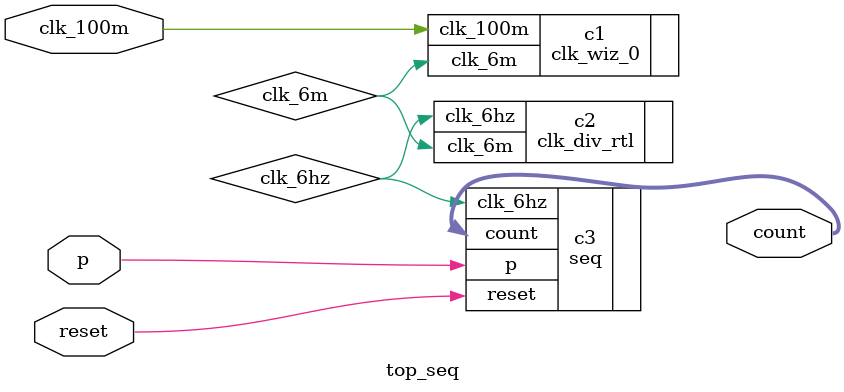
<source format=v>
`timescale 1ns / 1ps


module top_seq(
    input clk_100m,
    input reset,
    input p,            
    output [5:0]count
);
    wire clk_6m, clk_6hz;

    clk_wiz_0 c1(
        .clk_100m(clk_100m),
        .clk_6m(clk_6m)
    );

    clk_div_rtl c2(
        .clk_6m(clk_6m),
        .clk_6hz(clk_6hz)
    );

    seq c3(
        .clk_6hz(clk_6hz),
        .reset(reset),
        .p(p),
        .count(count)
    );
endmodule

</source>
